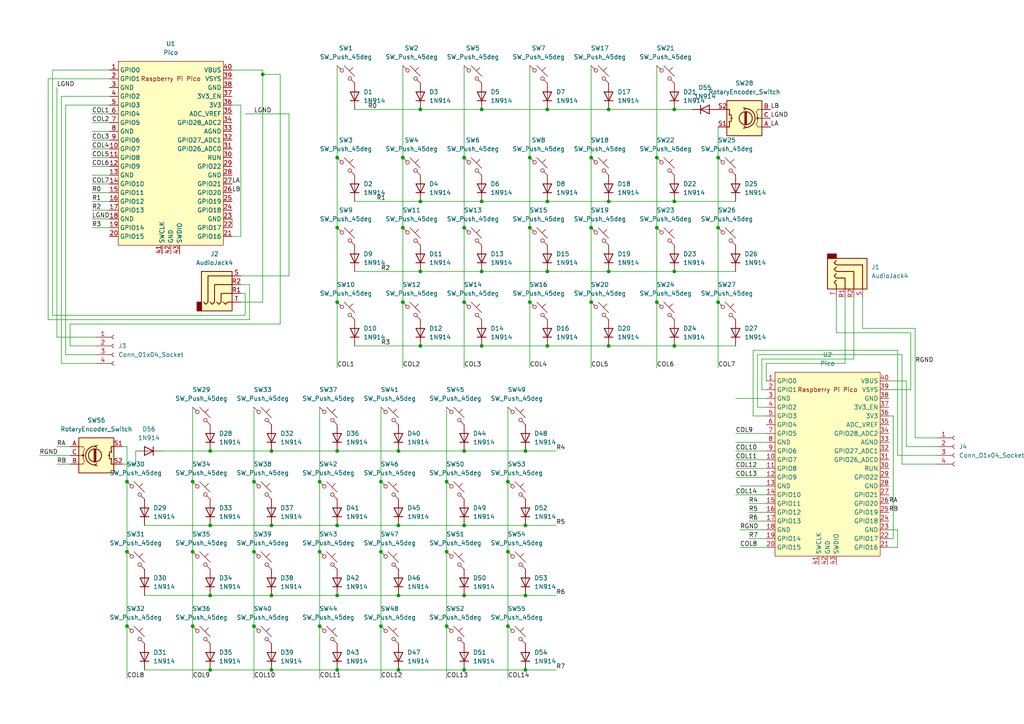
<source format=kicad_sch>
(kicad_sch (version 20250114) (generator "eeschema") (generator_version "9.0")
  (paper "A4")
  (junction (at 152.4 194.31))
  (junction (at 195.58 78.74))
  (junction (at 190.5 45.72))
  (junction (at 36.83 139.7))
  (junction (at 116.84 87.63))
  (junction (at 134.62 130.81))
  (junction (at 190.5 66.04))
  (junction (at 171.45 45.72))
  (junction (at 195.58 58.42))
  (junction (at 121.92 58.42))
  (junction (at 176.53 31.75))
  (junction (at 116.84 45.72))
  (junction (at 139.7 31.75))
  (junction (at 134.62 172.72))
  (junction (at 171.45 66.04))
  (junction (at 134.62 66.04))
  (junction (at 129.54 160.02))
  (junction (at 92.71 160.02))
  (junction (at 152.4 130.81))
  (junction (at 60.96 194.31))
  (junction (at 147.32 181.61))
  (junction (at 92.71 139.7))
  (junction (at 195.58 100.33))
  (junction (at 60.96 152.4))
  (junction (at 60.96 172.72))
  (junction (at 121.92 31.75))
  (junction (at 134.62 45.72))
  (junction (at 176.53 100.33))
  (junction (at 134.62 194.31))
  (junction (at 139.7 78.74))
  (junction (at 60.96 130.81))
  (junction (at 134.62 152.4))
  (junction (at 129.54 181.61))
  (junction (at 152.4 152.4))
  (junction (at 92.71 181.61))
  (junction (at 97.79 172.72))
  (junction (at 110.49 139.7))
  (junction (at 115.57 130.81))
  (junction (at 73.66 160.02))
  (junction (at 115.57 172.72))
  (junction (at 97.79 45.72))
  (junction (at 97.79 194.31))
  (junction (at 176.53 78.74))
  (junction (at 76.2 21.59))
  (junction (at 78.74 194.31))
  (junction (at 158.75 58.42))
  (junction (at 116.84 66.04))
  (junction (at 36.83 160.02))
  (junction (at 115.57 152.4))
  (junction (at 55.88 160.02))
  (junction (at 158.75 31.75))
  (junction (at 208.28 66.04))
  (junction (at 158.75 78.74))
  (junction (at 208.28 87.63))
  (junction (at 78.74 152.4))
  (junction (at 115.57 194.31))
  (junction (at 152.4 172.72))
  (junction (at 97.79 130.81))
  (junction (at 134.62 87.63))
  (junction (at 78.74 172.72))
  (junction (at 36.83 181.61))
  (junction (at 121.92 100.33))
  (junction (at 55.88 139.7))
  (junction (at 147.32 139.7))
  (junction (at 147.32 160.02))
  (junction (at 195.58 31.75))
  (junction (at 153.67 87.63))
  (junction (at 190.5 87.63))
  (junction (at 208.28 45.72))
  (junction (at 153.67 45.72))
  (junction (at 121.92 78.74))
  (junction (at 139.7 100.33))
  (junction (at 171.45 87.63))
  (junction (at 129.54 139.7))
  (junction (at 153.67 66.04))
  (junction (at 73.66 139.7))
  (junction (at 110.49 160.02))
  (junction (at 97.79 152.4))
  (junction (at 158.75 100.33))
  (junction (at 110.49 181.61))
  (junction (at 139.7 58.42))
  (junction (at 78.74 130.81))
  (junction (at 97.79 87.63))
  (junction (at 176.53 58.42))
  (junction (at 55.88 181.61))
  (junction (at 73.66 181.61))
  (junction (at 97.79 66.04))
  (wire (pts (xy 214.63 140.97) (xy 222.25 140.97)))
  (wire (pts (xy 213.36 115.57) (xy 222.25 115.57)))
  (wire (pts (xy 265.43 127) (xy 271.78 127)))
  (wire (pts (xy 76.2 87.63) (xy 76.2 21.59)))
  (wire (pts (xy 36.83 129.54) (xy 36.83 139.7)))
  (wire (pts (xy 208.28 66.04) (xy 208.28 87.63)))
  (wire (pts (xy 71.12 33.02) (xy 83.82 33.02)))
  (wire (pts (xy 92.71 181.61) (xy 92.71 196.85)))
  (wire (pts (xy 220.98 104.14) (xy 220.98 113.03)))
  (wire (pts (xy 17.78 27.94) (xy 17.78 105.41)))
  (wire (pts (xy 214.63 153.67) (xy 222.25 153.67)))
  (wire (pts (xy 262.89 129.54) (xy 271.78 129.54)))
  (wire (pts (xy 26.67 38.1) (xy 31.75 38.1)))
  (wire (pts (xy 222.25 105.41) (xy 222.25 110.49)))
  (wire (pts (xy 20.32 100.33) (xy 27.94 100.33)))
  (wire (pts (xy 152.4 130.81) (xy 161.29 130.81)))
  (wire (pts (xy 36.83 160.02) (xy 36.83 181.61)))
  (wire (pts (xy 153.67 106.68) (xy 153.67 87.63)))
  (wire (pts (xy 121.92 100.33) (xy 139.7 100.33)))
  (wire (pts (xy 115.57 130.81) (xy 134.62 130.81)))
  (wire (pts (xy 69.85 80.01) (xy 83.82 80.01)))
  (wire (pts (xy 31.75 35.56) (xy 26.67 35.56)))
  (wire (pts (xy 97.79 106.68) (xy 97.79 87.63)))
  (wire (pts (xy 219.71 102.87) (xy 219.71 118.11)))
  (wire (pts (xy 55.88 118.11) (xy 55.88 139.7)))
  (wire (pts (xy 190.5 106.68) (xy 190.5 87.63)))
  (wire (pts (xy 13.97 22.86) (xy 13.97 92.71)))
  (wire (pts (xy 60.96 194.31) (xy 78.74 194.31)))
  (wire (pts (xy 55.88 160.02) (xy 55.88 181.61)))
  (wire (pts (xy 19.05 30.48) (xy 19.05 102.87)))
  (wire (pts (xy 262.89 129.54) (xy 262.89 110.49)))
  (wire (pts (xy 116.84 19.05) (xy 116.84 45.72)))
  (wire (pts (xy 73.66 160.02) (xy 73.66 181.61)))
  (wire (pts (xy 116.84 66.04) (xy 116.84 87.63)))
  (wire (pts (xy 171.45 45.72) (xy 171.45 66.04)))
  (wire (pts (xy 78.74 130.81) (xy 97.79 130.81)))
  (wire (pts (xy 72.39 82.55) (xy 69.85 82.55)))
  (wire (pts (xy 134.62 45.72) (xy 134.62 66.04)))
  (wire (pts (xy 134.62 172.72) (xy 152.4 172.72)))
  (wire (pts (xy 208.28 106.68) (xy 208.28 87.63)))
  (wire (pts (xy 213.36 128.27) (xy 222.25 128.27)))
  (wire (pts (xy 73.66 139.7) (xy 73.66 160.02)))
  (wire (pts (xy 219.71 118.11) (xy 222.25 118.11)))
  (wire (pts (xy 218.44 120.65) (xy 222.25 120.65)))
  (wire (pts (xy 31.75 27.94) (xy 17.78 27.94)))
  (wire (pts (xy 110.49 139.7) (xy 110.49 160.02)))
  (wire (pts (xy 195.58 100.33) (xy 213.36 100.33)))
  (wire (pts (xy 195.58 31.75) (xy 200.66 31.75)))
  (wire (pts (xy 110.49 118.11) (xy 110.49 139.7)))
  (wire (pts (xy 31.75 40.64) (xy 26.67 40.64)))
  (wire (pts (xy 115.57 152.4) (xy 134.62 152.4)))
  (wire (pts (xy 102.87 58.42) (xy 121.92 58.42)))
  (wire (pts (xy 102.87 78.74) (xy 121.92 78.74)))
  (wire (pts (xy 73.66 118.11) (xy 73.66 139.7)))
  (wire (pts (xy 92.71 118.11) (xy 92.71 139.7)))
  (wire (pts (xy 121.92 31.75) (xy 139.7 31.75)))
  (wire (pts (xy 41.91 152.4) (xy 60.96 152.4)))
  (wire (pts (xy 129.54 118.11) (xy 129.54 139.7)))
  (wire (pts (xy 257.81 113.03) (xy 264.16 113.03)))
  (wire (pts (xy 26.67 63.5) (xy 31.75 63.5)))
  (wire (pts (xy 73.66 181.61) (xy 73.66 196.85)))
  (wire (pts (xy 69.85 30.48) (xy 67.31 30.48)))
  (wire (pts (xy 35.56 134.62) (xy 39.37 134.62)))
  (wire (pts (xy 260.35 132.08) (xy 260.35 101.6)))
  (wire (pts (xy 31.75 33.02) (xy 26.67 33.02)))
  (wire (pts (xy 121.92 78.74) (xy 139.7 78.74)))
  (wire (pts (xy 257.81 153.67) (xy 260.35 153.67)))
  (wire (pts (xy 46.99 130.81) (xy 60.96 130.81)))
  (wire (pts (xy 257.81 120.65) (xy 259.08 120.65)))
  (wire (pts (xy 261.62 134.62) (xy 261.62 102.87)))
  (wire (pts (xy 245.11 86.36) (xy 245.11 105.41)))
  (wire (pts (xy 19.05 102.87) (xy 27.94 102.87)))
  (wire (pts (xy 15.24 20.32) (xy 31.75 20.32)))
  (wire (pts (xy 261.62 102.87) (xy 219.71 102.87)))
  (wire (pts (xy 190.5 45.72) (xy 190.5 66.04)))
  (wire (pts (xy 76.2 21.59) (xy 76.2 20.32)))
  (wire (pts (xy 76.2 20.32) (xy 67.31 20.32)))
  (wire (pts (xy 271.78 134.62) (xy 261.62 134.62)))
  (wire (pts (xy 217.17 146.05) (xy 222.25 146.05)))
  (wire (pts (xy 67.31 63.5) (xy 67.31 66.04)))
  (wire (pts (xy 97.79 45.72) (xy 97.79 66.04)))
  (wire (pts (xy 208.28 36.83) (xy 208.28 45.72)))
  (wire (pts (xy 11.43 132.08) (xy 20.32 132.08)))
  (wire (pts (xy 36.83 181.61) (xy 36.83 196.85)))
  (wire (pts (xy 213.36 143.51) (xy 222.25 143.51)))
  (wire (pts (xy 16.51 129.54) (xy 20.32 129.54)))
  (wire (pts (xy 78.74 152.4) (xy 97.79 152.4)))
  (wire (pts (xy 115.57 194.31) (xy 134.62 194.31)))
  (wire (pts (xy 213.36 125.73) (xy 222.25 125.73)))
  (wire (pts (xy 97.79 194.31) (xy 115.57 194.31)))
  (wire (pts (xy 102.87 100.33) (xy 121.92 100.33)))
  (wire (pts (xy 147.32 160.02) (xy 147.32 181.61)))
  (wire (pts (xy 26.67 50.8) (xy 31.75 50.8)))
  (wire (pts (xy 260.35 153.67) (xy 260.35 158.75)))
  (wire (pts (xy 69.85 68.58) (xy 69.85 30.48)))
  (wire (pts (xy 16.51 25.4) (xy 16.51 97.79)))
  (wire (pts (xy 257.81 156.21) (xy 259.08 156.21)))
  (wire (pts (xy 13.97 92.71) (xy 72.39 92.71)))
  (wire (pts (xy 60.96 130.81) (xy 78.74 130.81)))
  (wire (pts (xy 60.96 152.4) (xy 78.74 152.4)))
  (wire (pts (xy 220.98 113.03) (xy 222.25 113.03)))
  (wire (pts (xy 78.74 172.72) (xy 97.79 172.72)))
  (wire (pts (xy 134.62 19.05) (xy 134.62 45.72)))
  (wire (pts (xy 134.62 152.4) (xy 152.4 152.4)))
  (wire (pts (xy 97.79 66.04) (xy 97.79 87.63)))
  (wire (pts (xy 242.57 96.52) (xy 264.16 96.52)))
  (wire (pts (xy 69.85 85.09) (xy 71.12 85.09)))
  (wire (pts (xy 242.57 96.52) (xy 242.57 86.36)))
  (wire (pts (xy 265.43 95.25) (xy 265.43 127)))
  (wire (pts (xy 102.87 31.75) (xy 121.92 31.75)))
  (wire (pts (xy 147.32 181.61) (xy 147.32 196.85)))
  (wire (pts (xy 147.32 118.11) (xy 147.32 139.7)))
  (wire (pts (xy 39.37 134.62) (xy 39.37 130.81)))
  (wire (pts (xy 67.31 68.58) (xy 69.85 68.58)))
  (wire (pts (xy 92.71 139.7) (xy 92.71 160.02)))
  (wire (pts (xy 41.91 172.72) (xy 60.96 172.72)))
  (wire (pts (xy 153.67 45.72) (xy 153.67 66.04)))
  (wire (pts (xy 71.12 85.09) (xy 71.12 91.44)))
  (wire (pts (xy 264.16 96.52) (xy 264.16 113.03)))
  (wire (pts (xy 213.36 130.81) (xy 222.25 130.81)))
  (wire (pts (xy 195.58 78.74) (xy 213.36 78.74)))
  (wire (pts (xy 35.56 129.54) (xy 36.83 129.54)))
  (wire (pts (xy 31.75 58.42) (xy 26.67 58.42)))
  (wire (pts (xy 110.49 181.61) (xy 110.49 196.85)))
  (wire (pts (xy 81.28 93.98) (xy 20.32 93.98)))
  (wire (pts (xy 15.24 91.44) (xy 15.24 20.32)))
  (wire (pts (xy 134.62 194.31) (xy 152.4 194.31)))
  (wire (pts (xy 97.79 172.72) (xy 115.57 172.72)))
  (wire (pts (xy 152.4 172.72) (xy 161.29 172.72)))
  (wire (pts (xy 218.44 101.6) (xy 218.44 120.65)))
  (wire (pts (xy 217.17 148.59) (xy 222.25 148.59)))
  (wire (pts (xy 97.79 19.05) (xy 97.79 45.72)))
  (wire (pts (xy 153.67 19.05) (xy 153.67 45.72)))
  (wire (pts (xy 208.28 45.72) (xy 208.28 66.04)))
  (wire (pts (xy 214.63 158.75) (xy 222.25 158.75)))
  (wire (pts (xy 36.83 139.7) (xy 36.83 160.02)))
  (wire (pts (xy 31.75 30.48) (xy 19.05 30.48)))
  (wire (pts (xy 71.12 91.44) (xy 15.24 91.44)))
  (wire (pts (xy 257.81 110.49) (xy 262.89 110.49)))
  (wire (pts (xy 81.28 21.59) (xy 81.28 93.98)))
  (wire (pts (xy 257.81 158.75) (xy 260.35 158.75)))
  (wire (pts (xy 16.51 97.79) (xy 27.94 97.79)))
  (wire (pts (xy 171.45 66.04) (xy 171.45 87.63)))
  (wire (pts (xy 17.78 105.41) (xy 27.94 105.41)))
  (wire (pts (xy 259.08 156.21) (xy 259.08 120.65)))
  (wire (pts (xy 171.45 19.05) (xy 171.45 45.72)))
  (wire (pts (xy 247.65 86.36) (xy 247.65 104.14)))
  (wire (pts (xy 97.79 130.81) (xy 115.57 130.81)))
  (wire (pts (xy 176.53 100.33) (xy 195.58 100.33)))
  (wire (pts (xy 92.71 160.02) (xy 92.71 181.61)))
  (wire (pts (xy 158.75 31.75) (xy 176.53 31.75)))
  (wire (pts (xy 147.32 139.7) (xy 147.32 160.02)))
  (wire (pts (xy 26.67 66.04) (xy 31.75 66.04)))
  (wire (pts (xy 78.74 194.31) (xy 97.79 194.31)))
  (wire (pts (xy 171.45 106.68) (xy 171.45 87.63)))
  (wire (pts (xy 260.35 101.6) (xy 218.44 101.6)))
  (wire (pts (xy 153.67 66.04) (xy 153.67 87.63)))
  (wire (pts (xy 134.62 106.68) (xy 134.62 87.63)))
  (wire (pts (xy 20.32 93.98) (xy 20.32 100.33)))
  (wire (pts (xy 55.88 181.61) (xy 55.88 196.85)))
  (wire (pts (xy 72.39 92.71) (xy 72.39 82.55)))
  (wire (pts (xy 55.88 139.7) (xy 55.88 160.02)))
  (wire (pts (xy 176.53 78.74) (xy 195.58 78.74)))
  (wire (pts (xy 213.36 138.43) (xy 222.25 138.43)))
  (wire (pts (xy 97.79 152.4) (xy 115.57 152.4)))
  (wire (pts (xy 190.5 19.05) (xy 190.5 45.72)))
  (wire (pts (xy 176.53 58.42) (xy 195.58 58.42)))
  (wire (pts (xy 31.75 53.34) (xy 26.67 53.34)))
  (wire (pts (xy 76.2 21.59) (xy 81.28 21.59)))
  (wire (pts (xy 158.75 58.42) (xy 176.53 58.42)))
  (wire (pts (xy 129.54 139.7) (xy 129.54 160.02)))
  (wire (pts (xy 134.62 130.81) (xy 152.4 130.81)))
  (wire (pts (xy 83.82 80.01) (xy 83.82 33.02)))
  (wire (pts (xy 190.5 66.04) (xy 190.5 87.63)))
  (wire (pts (xy 110.49 160.02) (xy 110.49 181.61)))
  (wire (pts (xy 31.75 55.88) (xy 26.67 55.88)))
  (wire (pts (xy 116.84 45.72) (xy 116.84 66.04)))
  (wire (pts (xy 271.78 132.08) (xy 260.35 132.08)))
  (wire (pts (xy 139.7 78.74) (xy 158.75 78.74)))
  (wire (pts (xy 217.17 151.13) (xy 222.25 151.13)))
  (wire (pts (xy 139.7 31.75) (xy 158.75 31.75)))
  (wire (pts (xy 247.65 104.14) (xy 220.98 104.14)))
  (wire (pts (xy 31.75 45.72) (xy 26.67 45.72)))
  (wire (pts (xy 116.84 87.63) (xy 116.84 106.68)))
  (wire (pts (xy 129.54 160.02) (xy 129.54 181.61)))
  (wire (pts (xy 250.19 95.25) (xy 265.43 95.25)))
  (wire (pts (xy 121.92 58.42) (xy 139.7 58.42)))
  (wire (pts (xy 69.85 87.63) (xy 76.2 87.63)))
  (wire (pts (xy 31.75 60.96) (xy 26.67 60.96)))
  (wire (pts (xy 115.57 172.72) (xy 134.62 172.72)))
  (wire (pts (xy 158.75 78.74) (xy 176.53 78.74)))
  (wire (pts (xy 41.91 194.31) (xy 60.96 194.31)))
  (wire (pts (xy 195.58 58.42) (xy 213.36 58.42)))
  (wire (pts (xy 217.17 156.21) (xy 222.25 156.21)))
  (wire (pts (xy 139.7 100.33) (xy 158.75 100.33)))
  (wire (pts (xy 176.53 31.75) (xy 195.58 31.75)))
  (wire (pts (xy 152.4 194.31) (xy 161.29 194.31)))
  (wire (pts (xy 31.75 43.18) (xy 26.67 43.18)))
  (wire (pts (xy 60.96 172.72) (xy 78.74 172.72)))
  (wire (pts (xy 245.11 105.41) (xy 222.25 105.41)))
  (wire (pts (xy 250.19 86.36) (xy 250.19 95.25)))
  (wire (pts (xy 213.36 133.35) (xy 222.25 133.35)))
  (wire (pts (xy 16.51 134.62) (xy 20.32 134.62)))
  (wire (pts (xy 129.54 181.61) (xy 129.54 196.85)))
  (wire (pts (xy 134.62 66.04) (xy 134.62 87.63)))
  (wire (pts (xy 31.75 22.86) (xy 13.97 22.86)))
  (wire (pts (xy 139.7 58.42) (xy 158.75 58.42)))
  (wire (pts (xy 152.4 152.4) (xy 161.29 152.4)))
  (wire (pts (xy 158.75 100.33) (xy 176.53 100.33)))
  (wire (pts (xy 213.36 135.89) (xy 222.25 135.89)))
  (wire (pts (xy 31.75 48.26) (xy 26.67 48.26)))
  (label "COL6" (at 26.67 48.26 0))
  (label "LA" (at 223.52 36.83 0))
  (label "COL9" (at 55.88 196.85 0))
  (label "COL4" (at 153.67 106.68 0))
  (label "R0" (at 26.67 55.88 0))
  (label "COL4" (at 26.67 43.18 0))
  (label "RGND" (at 11.43 132.08 0))
  (label "COL8" (at 36.83 196.85 0))
  (label "R1" (at 26.67 58.42 0))
  (label "LA" (at 67.31 53.34 0))
  (label "COL11" (at 213.36 133.35 0))
  (label "R7" (at 161.29 194.31 0))
  (label "R3" (at 110.49 100.33 0))
  (label "R5" (at 217.17 148.59 0))
  (label "COL5" (at 26.67 45.72 0))
  (label "R2" (at 110.49 78.74 0))
  (label "LGND" (at 26.67 63.5 0))
  (label "COL5" (at 171.45 106.68 0))
  (label "COL9" (at 213.36 125.73 0))
  (label "COL3" (at 134.62 106.68 0))
  (label "R0" (at 106.68 31.75 0))
  (label "RA" (at 16.51 129.54 0))
  (label "RA" (at 257.81 146.05 0))
  (label "LGND" (at 16.51 25.4 0))
  (label "R3" (at 26.67 66.04 0))
  (label "COL7" (at 208.28 106.68 0))
  (label "COL2" (at 26.67 35.56 0))
  (label "LB" (at 223.52 31.75 0))
  (label "R7" (at 217.17 156.21 0))
  (label "R5" (at 161.29 152.4 0))
  (label "R2" (at 26.67 60.96 0))
  (label "R4" (at 161.29 130.81 0))
  (label "COL6" (at 190.5 106.68 0))
  (label "COL2" (at 116.84 106.68 0))
  (label "COL14" (at 213.36 143.51 0))
  (label "COL10" (at 213.36 130.81 0))
  (label "LB" (at 67.31 55.88 0))
  (label "RB" (at 257.81 148.59 0))
  (label "RGND" (at 214.63 153.67 0))
  (label "COL8" (at 214.63 158.75 0))
  (label "R6" (at 217.17 151.13 0))
  (label "R6" (at 161.29 172.72 0))
  (label "COL12" (at 213.36 135.89 0))
  (label "COL12" (at 110.49 196.85 0))
  (label "COL13" (at 213.36 138.43 0))
  (label "COL1" (at 26.67 33.02 0))
  (label "COL7" (at 26.67 53.34 0))
  (label "R4" (at 217.17 146.05 0))
  (label "COL10" (at 73.66 196.85 0))
  (label "COL1" (at 97.79 106.68 0))
  (label "R1" (at 109.22 58.42 0))
  (label "COL3" (at 26.67 40.64 0))
  (label "RB" (at 16.51 134.62 0))
  (label "COL13" (at 129.54 196.85 0))
  (label "LGND" (at 223.52 34.29 0))
  (label "COL14" (at 147.32 196.85 0))
  (label "COL11" (at 92.71 196.85 0))
  (label "RGND" (at 265.43 105.41 0))
  (label "LGND" (at 73.66 33.02 0))
  (symbol (lib_id "Diode:1N914") (at 213.36 74.93 90) (unit 1)
    (property "Reference" "D26" (at 215.9 73.6599 90) (effects (justify right)))
    (property "Value" "1N914" (at 215.9 76.1999 90) (effects (justify right)))
    (property "Footprint" "Diode_THT:D_DO-35_SOD27_P7.62mm_Horizontal" (effects (hide yes)))
    (property "Datasheet" "http://www.vishay.com/docs/85622/1n914.pdf" (effects (hide yes)))
    (property "Description" "100V 0.3A Small Signal Fast Switching Diode, DO-35" (effects (hide yes)))
    (property "Sim.Device" "D" (effects (hide yes)))
    (property "Sim.Pins" "1=K 2=A" (effects (hide yes)))
  )
  (symbol (lib_id "Switch:SW_Push_45deg") (at 95.25 142.24 0) (unit 1)
    (property "Reference" "SW42" (at 95.25 134.62 0))
    (property "Value" "SW_Push_45deg" (at 95.25 137.16 0))
    (property "Footprint" "Button_Switch_Keyboard:SW_Cherry_MX_1.00u_PCB" (effects (hide yes)))
    (property "Description" "Push button switch, normally open, two pins, 45° tilted" (effects (hide yes)))
  )
  (symbol (lib_id "Switch:SW_Push_45deg") (at 156.21 90.17 0) (unit 1)
    (property "Reference" "SW16" (at 156.21 82.55 0))
    (property "Value" "SW_Push_45deg" (at 156.21 85.09 0))
    (property "Footprint" "Button_Switch_Keyboard:SW_Cherry_MX_1.00u_PCB" (effects (hide yes)))
    (property "Description" "Push button switch, normally open, two pins, 45° tilted" (effects (hide yes)))
  )
  (symbol (lib_id "Diode:1N914") (at 204.47 31.75 0) (unit 1)
    (property "Reference" "D55" (at 204.47 25.4 0))
    (property "Value" "1N914" (at 204.47 27.94 0))
    (property "Footprint" "Diode_THT:D_DO-35_SOD27_P7.62mm_Horizontal" (effects (hide yes)))
    (property "Datasheet" "http://www.vishay.com/docs/85622/1n914.pdf" (effects (hide yes)))
    (property "Description" "100V 0.3A Small Signal Fast Switching Diode, DO-35" (effects (hide yes)))
    (property "Sim.Device" "D" (effects (hide yes)))
    (property "Sim.Pins" "1=K 2=A" (effects (hide yes)))
  )
  (symbol (lib_id "MCU_RaspberryPi_and_Boards:Pico") (at 240.03 134.62 0) (unit 1)
    (property "Reference" "U2" (at 240.03 102.87 0))
    (property "Value" "Pico" (at 240.03 105.41 0))
    (property "Footprint" "MCU_RaspberryPi_and_Boards:RPi_Pico_SMD_TH" (effects (hide yes)))
  )
  (symbol (lib_id "Diode:1N914") (at 139.7 74.93 90) (unit 1)
    (property "Reference" "D13" (at 142.24 73.6599 90) (effects (justify right)))
    (property "Value" "1N914" (at 142.24 76.1999 90) (effects (justify right)))
    (property "Footprint" "Diode_THT:D_DO-35_SOD27_P7.62mm_Horizontal" (effects (hide yes)))
    (property "Datasheet" "http://www.vishay.com/docs/85622/1n914.pdf" (effects (hide yes)))
    (property "Description" "100V 0.3A Small Signal Fast Switching Diode, DO-35" (effects (hide yes)))
    (property "Sim.Device" "D" (effects (hide yes)))
    (property "Sim.Pins" "1=K 2=A" (effects (hide yes)))
  )
  (symbol (lib_id "Diode:1N914") (at 121.92 74.93 90) (unit 1)
    (property "Reference" "D11" (at 124.46 73.6599 90) (effects (justify right)))
    (property "Value" "1N914" (at 124.46 76.1999 90) (effects (justify right)))
    (property "Footprint" "Diode_THT:D_DO-35_SOD27_P7.62mm_Horizontal" (effects (hide yes)))
    (property "Datasheet" "http://www.vishay.com/docs/85622/1n914.pdf" (effects (hide yes)))
    (property "Description" "100V 0.3A Small Signal Fast Switching Diode, DO-35" (effects (hide yes)))
    (property "Sim.Device" "D" (effects (hide yes)))
    (property "Sim.Pins" "1=K 2=A" (effects (hide yes)))
  )
  (symbol (lib_id "Switch:SW_Push_45deg") (at 193.04 21.59 0) (unit 1)
    (property "Reference" "SW21" (at 193.04 13.97 0))
    (property "Value" "SW_Push_45deg" (at 193.04 16.51 0))
    (property "Footprint" "Button_Switch_Keyboard:SW_Cherry_MX_1.00u_PCB" (effects (hide yes)))
    (property "Description" "Push button switch, normally open, two pins, 45° tilted" (effects (hide yes)))
  )
  (symbol (lib_id "Switch:SW_Push_45deg") (at 132.08 142.24 0) (unit 1)
    (property "Reference" "SW50" (at 132.08 134.62 0))
    (property "Value" "SW_Push_45deg" (at 132.08 137.16 0))
    (property "Footprint" "Button_Switch_Keyboard:SW_Cherry_MX_1.00u_PCB" (effects (hide yes)))
    (property "Description" "Push button switch, normally open, two pins, 45° tilted" (effects (hide yes)))
  )
  (symbol (lib_id "Diode:1N914") (at 152.4 168.91 90) (unit 1)
    (property "Reference" "D53" (at 154.94 167.6399 90) (effects (justify right)))
    (property "Value" "1N914" (at 154.94 170.1799 90) (effects (justify right)))
    (property "Footprint" "Diode_THT:D_DO-35_SOD27_P7.62mm_Horizontal" (effects (hide yes)))
    (property "Datasheet" "http://www.vishay.com/docs/85622/1n914.pdf" (effects (hide yes)))
    (property "Description" "100V 0.3A Small Signal Fast Switching Diode, DO-35" (effects (hide yes)))
    (property "Sim.Device" "D" (effects (hide yes)))
    (property "Sim.Pins" "1=K 2=A" (effects (hide yes)))
  )
  (symbol (lib_id "Diode:1N914") (at 176.53 74.93 90) (unit 1)
    (property "Reference" "D19" (at 179.07 73.6599 90) (effects (justify right)))
    (property "Value" "1N914" (at 179.07 76.1999 90) (effects (justify right)))
    (property "Footprint" "Diode_THT:D_DO-35_SOD27_P7.62mm_Horizontal" (effects (hide yes)))
    (property "Datasheet" "http://www.vishay.com/docs/85622/1n914.pdf" (effects (hide yes)))
    (property "Description" "100V 0.3A Small Signal Fast Switching Diode, DO-35" (effects (hide yes)))
    (property "Sim.Device" "D" (effects (hide yes)))
    (property "Sim.Pins" "1=K 2=A" (effects (hide yes)))
  )
  (symbol (lib_id "Diode:1N914") (at 41.91 190.5 90) (unit 1)
    (property "Reference" "D31" (at 44.45 189.2299 90) (effects (justify right)))
    (property "Value" "1N914" (at 44.45 191.7699 90) (effects (justify right)))
    (property "Footprint" "Diode_THT:D_DO-35_SOD27_P7.62mm_Horizontal" (effects (hide yes)))
    (property "Datasheet" "http://www.vishay.com/docs/85622/1n914.pdf" (effects (hide yes)))
    (property "Description" "100V 0.3A Small Signal Fast Switching Diode, DO-35" (effects (hide yes)))
    (property "Sim.Device" "D" (effects (hide yes)))
    (property "Sim.Pins" "1=K 2=A" (effects (hide yes)))
  )
  (symbol (lib_id "Switch:SW_Push_45deg") (at 132.08 162.56 0) (unit 1)
    (property "Reference" "SW51" (at 132.08 154.94 0))
    (property "Value" "SW_Push_45deg" (at 132.08 157.48 0))
    (property "Footprint" "Button_Switch_Keyboard:SW_Cherry_MX_1.00u_PCB" (effects (hide yes)))
    (property "Description" "Push button switch, normally open, two pins, 45° tilted" (effects (hide yes)))
  )
  (symbol (lib_id "Switch:SW_Push_45deg") (at 156.21 68.58 0) (unit 1)
    (property "Reference" "SW15" (at 156.21 60.96 0))
    (property "Value" "SW_Push_45deg" (at 156.21 63.5 0))
    (property "Footprint" "Button_Switch_Keyboard:SW_Cherry_MX_1.00u_PCB" (effects (hide yes)))
    (property "Description" "Push button switch, normally open, two pins, 45° tilted" (effects (hide yes)))
  )
  (symbol (lib_id "Switch:SW_Push_45deg") (at 210.82 90.17 0) (unit 1)
    (property "Reference" "SW27" (at 210.82 82.55 0))
    (property "Value" "SW_Push_45deg" (at 210.82 85.09 0))
    (property "Footprint" "Button_Switch_Keyboard:SW_Cherry_MX_1.00u_PCB" (effects (hide yes)))
    (property "Description" "Push button switch, normally open, two pins, 45° tilted" (effects (hide yes)))
  )
  (symbol (lib_id "Diode:1N914") (at 139.7 96.52 90) (unit 1)
    (property "Reference" "D14" (at 142.24 95.2499 90) (effects (justify right)))
    (property "Value" "1N914" (at 142.24 97.7899 90) (effects (justify right)))
    (property "Footprint" "Diode_THT:D_DO-35_SOD27_P7.62mm_Horizontal" (effects (hide yes)))
    (property "Datasheet" "http://www.vishay.com/docs/85622/1n914.pdf" (effects (hide yes)))
    (property "Description" "100V 0.3A Small Signal Fast Switching Diode, DO-35" (effects (hide yes)))
    (property "Sim.Device" "D" (effects (hide yes)))
    (property "Sim.Pins" "1=K 2=A" (effects (hide yes)))
  )
  (symbol (lib_id "Switch:SW_Push_45deg") (at 58.42 184.15 0) (unit 1)
    (property "Reference" "SW36" (at 58.42 176.53 0))
    (property "Value" "SW_Push_45deg" (at 58.42 179.07 0))
    (property "Footprint" "Button_Switch_Keyboard:SW_Cherry_MX_1.00u_PCB" (effects (hide yes)))
    (property "Description" "Push button switch, normally open, two pins, 45° tilted" (effects (hide yes)))
  )
  (symbol (lib_id "Connector:Conn_01x04_Socket") (at 33.02 100.33 0) (unit 1)
    (property "Reference" "J3" (at 34.29 100.3299 0) (effects (justify left)))
    (property "Value" "Conn_01x04_Socket" (at 34.29 102.8699 0) (effects (justify left)))
    (property "Footprint" "oled:SSD1306-0.91-OLED-4pin-128x32" (effects (hide yes)))
    (property "Description" "Generic connector, single row, 01x04, script generated" (effects (hide yes)))
  )
  (symbol (lib_id "Switch:SW_Push_45deg") (at 100.33 90.17 0) (unit 1)
    (property "Reference" "SW10" (at 100.33 82.55 0))
    (property "Value" "SW_Push_45deg" (at 100.33 85.09 0))
    (property "Footprint" "Button_Switch_Keyboard:SW_Cherry_MX_1.00u_PCB" (effects (hide yes)))
    (property "Description" "Push button switch, normally open, two pins, 45° tilted" (effects (hide yes)))
  )
  (symbol (lib_id "Switch:SW_Push_45deg") (at 149.86 120.65 0) (unit 1)
    (property "Reference" "SW49" (at 149.86 113.03 0))
    (property "Value" "SW_Push_45deg" (at 149.86 115.57 0))
    (property "Footprint" "Button_Switch_Keyboard:SW_Cherry_MX_1.00u_PCB" (effects (hide yes)))
    (property "Description" "Push button switch, normally open, two pins, 45° tilted" (effects (hide yes)))
  )
  (symbol (lib_id "Diode:1N914") (at 195.58 74.93 90) (unit 1)
    (property "Reference" "D23" (at 198.12 73.6599 90) (effects (justify right)))
    (property "Value" "1N914" (at 198.12 76.1999 90) (effects (justify right)))
    (property "Footprint" "Diode_THT:D_DO-35_SOD27_P7.62mm_Horizontal" (effects (hide yes)))
    (property "Datasheet" "http://www.vishay.com/docs/85622/1n914.pdf" (effects (hide yes)))
    (property "Description" "100V 0.3A Small Signal Fast Switching Diode, DO-35" (effects (hide yes)))
    (property "Sim.Device" "D" (effects (hide yes)))
    (property "Sim.Pins" "1=K 2=A" (effects (hide yes)))
  )
  (symbol (lib_id "Switch:SW_Push_45deg") (at 210.82 68.58 0) (unit 1)
    (property "Reference" "SW26" (at 210.82 60.96 0))
    (property "Value" "SW_Push_45deg" (at 210.82 63.5 0))
    (property "Footprint" "Button_Switch_Keyboard:SW_Cherry_MX_1.00u_PCB" (effects (hide yes)))
    (property "Description" "Push button switch, normally open, two pins, 45° tilted" (effects (hide yes)))
  )
  (symbol (lib_id "Diode:1N914") (at 43.18 130.81 180) (unit 1)
    (property "Reference" "D56" (at 43.18 124.46 0))
    (property "Value" "1N914" (at 43.18 127 0))
    (property "Footprint" "Diode_THT:D_DO-35_SOD27_P7.62mm_Horizontal" (effects (hide yes)))
    (property "Datasheet" "http://www.vishay.com/docs/85622/1n914.pdf" (effects (hide yes)))
    (property "Description" "100V 0.3A Small Signal Fast Switching Diode, DO-35" (effects (hide yes)))
    (property "Sim.Device" "D" (effects (hide yes)))
    (property "Sim.Pins" "1=K 2=A" (effects (hide yes)))
  )
  (symbol (lib_id "Diode:1N914") (at 139.7 54.61 90) (unit 1)
    (property "Reference" "D6" (at 142.24 53.3399 90) (effects (justify right)))
    (property "Value" "1N914" (at 142.24 55.8799 90) (effects (justify right)))
    (property "Footprint" "Diode_THT:D_DO-35_SOD27_P7.62mm_Horizontal" (effects (hide yes)))
    (property "Datasheet" "http://www.vishay.com/docs/85622/1n914.pdf" (effects (hide yes)))
    (property "Description" "100V 0.3A Small Signal Fast Switching Diode, DO-35" (effects (hide yes)))
    (property "Sim.Device" "D" (effects (hide yes)))
    (property "Sim.Pins" "1=K 2=A" (effects (hide yes)))
  )
  (symbol (lib_id "Switch:SW_Push_45deg") (at 173.99 48.26 0) (unit 1)
    (property "Reference" "SW18" (at 173.99 40.64 0))
    (property "Value" "SW_Push_45deg" (at 173.99 43.18 0))
    (property "Footprint" "Button_Switch_Keyboard:SW_Cherry_MX_1.00u_PCB" (effects (hide yes)))
    (property "Description" "Push button switch, normally open, two pins, 45° tilted" (effects (hide yes)))
  )
  (symbol (lib_id "Diode:1N914") (at 121.92 54.61 90) (unit 1)
    (property "Reference" "D4" (at 124.46 53.3399 90) (effects (justify right)))
    (property "Value" "1N914" (at 124.46 55.8799 90) (effects (justify right)))
    (property "Footprint" "Diode_THT:D_DO-35_SOD27_P7.62mm_Horizontal" (effects (hide yes)))
    (property "Datasheet" "http://www.vishay.com/docs/85622/1n914.pdf" (effects (hide yes)))
    (property "Description" "100V 0.3A Small Signal Fast Switching Diode, DO-35" (effects (hide yes)))
    (property "Sim.Device" "D" (effects (hide yes)))
    (property "Sim.Pins" "1=K 2=A" (effects (hide yes)))
  )
  (symbol (lib_id "Switch:SW_Push_45deg") (at 173.99 90.17 0) (unit 1)
    (property "Reference" "SW20" (at 173.99 82.55 0))
    (property "Value" "SW_Push_45deg" (at 173.99 85.09 0))
    (property "Footprint" "Button_Switch_Keyboard:SW_Cherry_MX_1.00u_PCB" (effects (hide yes)))
    (property "Description" "Push button switch, normally open, two pins, 45° tilted" (effects (hide yes)))
  )
  (symbol (lib_id "Switch:SW_Push_45deg") (at 119.38 21.59 0) (unit 1)
    (property "Reference" "SW2" (at 119.38 13.97 0))
    (property "Value" "SW_Push_45deg" (at 119.38 16.51 0))
    (property "Footprint" "Button_Switch_Keyboard:SW_Cherry_MX_1.00u_PCB" (effects (hide yes)))
    (property "Description" "Push button switch, normally open, two pins, 45° tilted" (effects (hide yes)))
  )
  (symbol (lib_id "Diode:1N914") (at 78.74 168.91 90) (unit 1)
    (property "Reference" "D38" (at 81.28 167.6399 90) (effects (justify right)))
    (property "Value" "1N914" (at 81.28 170.1799 90) (effects (justify right)))
    (property "Footprint" "Diode_THT:D_DO-35_SOD27_P7.62mm_Horizontal" (effects (hide yes)))
    (property "Datasheet" "http://www.vishay.com/docs/85622/1n914.pdf" (effects (hide yes)))
    (property "Description" "100V 0.3A Small Signal Fast Switching Diode, DO-35" (effects (hide yes)))
    (property "Sim.Device" "D" (effects (hide yes)))
    (property "Sim.Pins" "1=K 2=A" (effects (hide yes)))
  )
  (symbol (lib_id "Switch:SW_Push_45deg") (at 58.42 142.24 0) (unit 1)
    (property "Reference" "SW34" (at 58.42 134.62 0))
    (property "Value" "SW_Push_45deg" (at 58.42 137.16 0))
    (property "Footprint" "Button_Switch_Keyboard:SW_Cherry_MX_1.00u_PCB" (effects (hide yes)))
    (property "Description" "Push button switch, normally open, two pins, 45° tilted" (effects (hide yes)))
  )
  (symbol (lib_id "Diode:1N914") (at 134.62 127 90) (unit 1)
    (property "Reference" "D44" (at 137.16 125.7299 90) (effects (justify right)))
    (property "Value" "1N914" (at 137.16 128.2699 90) (effects (justify right)))
    (property "Footprint" "Diode_THT:D_DO-35_SOD27_P7.62mm_Horizontal" (effects (hide yes)))
    (property "Datasheet" "http://www.vishay.com/docs/85622/1n914.pdf" (effects (hide yes)))
    (property "Description" "100V 0.3A Small Signal Fast Switching Diode, DO-35" (effects (hide yes)))
    (property "Sim.Device" "D" (effects (hide yes)))
    (property "Sim.Pins" "1=K 2=A" (effects (hide yes)))
  )
  (symbol (lib_id "Switch:SW_Push_45deg") (at 113.03 184.15 0) (unit 1)
    (property "Reference" "SW48" (at 113.03 176.53 0))
    (property "Value" "SW_Push_45deg" (at 113.03 179.07 0))
    (property "Footprint" "Button_Switch_Keyboard:SW_Cherry_MX_1.00u_PCB" (effects (hide yes)))
    (property "Description" "Push button switch, normally open, two pins, 45° tilted" (effects (hide yes)))
  )
  (symbol (lib_id "Switch:SW_Push_45deg") (at 100.33 21.59 0) (unit 1)
    (property "Reference" "SW1" (at 100.33 13.97 0))
    (property "Value" "SW_Push_45deg" (at 100.33 16.51 0))
    (property "Footprint" "Button_Switch_Keyboard:SW_Cherry_MX_1.00u_PCB" (effects (hide yes)))
    (property "Description" "Push button switch, normally open, two pins, 45° tilted" (effects (hide yes)))
  )
  (symbol (lib_id "Diode:1N914") (at 41.91 168.91 90) (unit 1)
    (property "Reference" "D30" (at 44.45 167.6399 90) (effects (justify right)))
    (property "Value" "1N914" (at 44.45 170.1799 90) (effects (justify right)))
    (property "Footprint" "Diode_THT:D_DO-35_SOD27_P7.62mm_Horizontal" (effects (hide yes)))
    (property "Datasheet" "http://www.vishay.com/docs/85622/1n914.pdf" (effects (hide yes)))
    (property "Description" "100V 0.3A Small Signal Fast Switching Diode, DO-35" (effects (hide yes)))
    (property "Sim.Device" "D" (effects (hide yes)))
    (property "Sim.Pins" "1=K 2=A" (effects (hide yes)))
  )
  (symbol (lib_id "Diode:1N914") (at 97.79 190.5 90) (unit 1)
    (property "Reference" "D43" (at 100.33 189.2299 90) (effects (justify right)))
    (property "Value" "1N914" (at 100.33 191.7699 90) (effects (justify right)))
    (property "Footprint" "Diode_THT:D_DO-35_SOD27_P7.62mm_Horizontal" (effects (hide yes)))
    (property "Datasheet" "http://www.vishay.com/docs/85622/1n914.pdf" (effects (hide yes)))
    (property "Description" "100V 0.3A Small Signal Fast Switching Diode, DO-35" (effects (hide yes)))
    (property "Sim.Device" "D" (effects (hide yes)))
    (property "Sim.Pins" "1=K 2=A" (effects (hide yes)))
  )
  (symbol (lib_id "Diode:1N914") (at 97.79 168.91 90) (unit 1)
    (property "Reference" "D42" (at 100.33 167.6399 90) (effects (justify right)))
    (property "Value" "1N914" (at 100.33 170.1799 90) (effects (justify right)))
    (property "Footprint" "Diode_THT:D_DO-35_SOD27_P7.62mm_Horizontal" (effects (hide yes)))
    (property "Datasheet" "http://www.vishay.com/docs/85622/1n914.pdf" (effects (hide yes)))
    (property "Description" "100V 0.3A Small Signal Fast Switching Diode, DO-35" (effects (hide yes)))
    (property "Sim.Device" "D" (effects (hide yes)))
    (property "Sim.Pins" "1=K 2=A" (effects (hide yes)))
  )
  (symbol (lib_id "Switch:SW_Push_45deg") (at 58.42 120.65 0) (unit 1)
    (property "Reference" "SW29" (at 58.42 113.03 0))
    (property "Value" "SW_Push_45deg" (at 58.42 115.57 0))
    (property "Footprint" "Button_Switch_Keyboard:SW_Cherry_MX_1.00u_PCB" (effects (hide yes)))
    (property "Description" "Push button switch, normally open, two pins, 45° tilted" (effects (hide yes)))
  )
  (symbol (lib_id "Connector_Audio:AudioJack4") (at 64.77 82.55 0) (unit 1)
    (property "Reference" "J2" (at 62.23 73.66 0))
    (property "Value" "AudioJack4" (at 62.23 76.2 0))
    (property "Footprint" "Connector_Audio:Jack_3.5mm_PJ320D_Horizontal" (effects (hide yes)))
    (property "Description" "Audio Jack, 4 Poles (TRRS)" (effects (hide yes)))
  )
  (symbol (lib_id "Diode:1N914") (at 158.75 96.52 90) (unit 1)
    (property "Reference" "D16" (at 161.29 95.2499 90) (effects (justify right)))
    (property "Value" "1N914" (at 161.29 97.7899 90) (effects (justify right)))
    (property "Footprint" "Diode_THT:D_DO-35_SOD27_P7.62mm_Horizontal" (effects (hide yes)))
    (property "Datasheet" "http://www.vishay.com/docs/85622/1n914.pdf" (effects (hide yes)))
    (property "Description" "100V 0.3A Small Signal Fast Switching Diode, DO-35" (effects (hide yes)))
    (property "Sim.Device" "D" (effects (hide yes)))
    (property "Sim.Pins" "1=K 2=A" (effects (hide yes)))
  )
  (symbol (lib_id "Switch:SW_Push_45deg") (at 76.2 142.24 0) (unit 1)
    (property "Reference" "SW38" (at 76.2 134.62 0))
    (property "Value" "SW_Push_45deg" (at 76.2 137.16 0))
    (property "Footprint" "Button_Switch_Keyboard:SW_Cherry_MX_1.00u_PCB" (effects (hide yes)))
    (property "Description" "Push button switch, normally open, two pins, 45° tilted" (effects (hide yes)))
  )
  (symbol (lib_id "Diode:1N914") (at 213.36 96.52 90) (unit 1)
    (property "Reference" "D27" (at 215.9 95.2499 90) (effects (justify right)))
    (property "Value" "1N914" (at 215.9 97.7899 90) (effects (justify right)))
    (property "Footprint" "Diode_THT:D_DO-35_SOD27_P7.62mm_Horizontal" (effects (hide yes)))
    (property "Datasheet" "http://www.vishay.com/docs/85622/1n914.pdf" (effects (hide yes)))
    (property "Description" "100V 0.3A Small Signal Fast Switching Diode, DO-35" (effects (hide yes)))
    (property "Sim.Device" "D" (effects (hide yes)))
    (property "Sim.Pins" "1=K 2=A" (effects (hide yes)))
  )
  (symbol (lib_id "Device:RotaryEncoder_Switch") (at 27.94 132.08 0) (unit 1)
    (property "Reference" "SW56" (at 27.94 121.92 0))
    (property "Value" "RotaryEncoder_Switch" (at 27.94 124.46 0))
    (property "Footprint" "Rotary_Encoder:RotaryEncoder_Alps_EC11E-Switch_Vertical_H20mm" (effects (hide yes)))
    (property "Description" "Rotary encoder, dual channel, incremental quadrate outputs, with switch" (effects (hide yes)))
  )
  (symbol (lib_id "Switch:SW_Push_45deg") (at 156.21 48.26 0) (unit 1)
    (property "Reference" "SW8" (at 156.21 40.64 0))
    (property "Value" "SW_Push_45deg" (at 156.21 43.18 0))
    (property "Footprint" "Button_Switch_Keyboard:SW_Cherry_MX_1.00u_PCB" (effects (hide yes)))
    (property "Description" "Push button switch, normally open, two pins, 45° tilted" (effects (hide yes)))
  )
  (symbol (lib_id "Switch:SW_Push_45deg") (at 193.04 90.17 0) (unit 1)
    (property "Reference" "SW24" (at 193.04 82.55 0))
    (property "Value" "SW_Push_45deg" (at 193.04 85.09 0))
    (property "Footprint" "Button_Switch_Keyboard:SW_Cherry_MX_1.00u_PCB" (effects (hide yes)))
    (property "Description" "Push button switch, normally open, two pins, 45° tilted" (effects (hide yes)))
  )
  (symbol (lib_id "Switch:SW_Push_45deg") (at 119.38 48.26 0) (unit 1)
    (property "Reference" "SW4" (at 119.38 40.64 0))
    (property "Value" "SW_Push_45deg" (at 119.38 43.18 0))
    (property "Footprint" "Button_Switch_Keyboard:SW_Cherry_MX_1.00u_PCB" (effects (hide yes)))
    (property "Description" "Push button switch, normally open, two pins, 45° tilted" (effects (hide yes)))
  )
  (symbol (lib_id "Diode:1N914") (at 158.75 54.61 90) (unit 1)
    (property "Reference" "D8" (at 161.29 53.3399 90) (effects (justify right)))
    (property "Value" "1N914" (at 161.29 55.8799 90) (effects (justify right)))
    (property "Footprint" "Diode_THT:D_DO-35_SOD27_P7.62mm_Horizontal" (effects (hide yes)))
    (property "Datasheet" "http://www.vishay.com/docs/85622/1n914.pdf" (effects (hide yes)))
    (property "Description" "100V 0.3A Small Signal Fast Switching Diode, DO-35" (effects (hide yes)))
    (property "Sim.Device" "D" (effects (hide yes)))
    (property "Sim.Pins" "1=K 2=A" (effects (hide yes)))
  )
  (symbol (lib_id "Switch:SW_Push_45deg") (at 173.99 68.58 0) (unit 1)
    (property "Reference" "SW19" (at 173.99 60.96 0))
    (property "Value" "SW_Push_45deg" (at 173.99 63.5 0))
    (property "Footprint" "Button_Switch_Keyboard:SW_Cherry_MX_1.00u_PCB" (effects (hide yes)))
    (property "Description" "Push button switch, normally open, two pins, 45° tilted" (effects (hide yes)))
  )
  (symbol (lib_id "Diode:1N914") (at 60.96 127 90) (unit 1)
    (property "Reference" "D28" (at 63.5 125.7299 90) (effects (justify right)))
    (property "Value" "1N914" (at 63.5 128.2699 90) (effects (justify right)))
    (property "Footprint" "Diode_THT:D_DO-35_SOD27_P7.62mm_Horizontal" (effects (hide yes)))
    (property "Datasheet" "http://www.vishay.com/docs/85622/1n914.pdf" (effects (hide yes)))
    (property "Description" "100V 0.3A Small Signal Fast Switching Diode, DO-35" (effects (hide yes)))
    (property "Sim.Device" "D" (effects (hide yes)))
    (property "Sim.Pins" "1=K 2=A" (effects (hide yes)))
  )
  (symbol (lib_id "Diode:1N914") (at 41.91 148.59 90) (unit 1)
    (property "Reference" "D29" (at 44.45 147.3199 90) (effects (justify right)))
    (property "Value" "1N914" (at 44.45 149.8599 90) (effects (justify right)))
    (property "Footprint" "Diode_THT:D_DO-35_SOD27_P7.62mm_Horizontal" (effects (hide yes)))
    (property "Datasheet" "http://www.vishay.com/docs/85622/1n914.pdf" (effects (hide yes)))
    (property "Description" "100V 0.3A Small Signal Fast Switching Diode, DO-35" (effects (hide yes)))
    (property "Sim.Device" "D" (effects (hide yes)))
    (property "Sim.Pins" "1=K 2=A" (effects (hide yes)))
  )
  (symbol (lib_id "Diode:1N914") (at 115.57 127 90) (unit 1)
    (property "Reference" "D40" (at 118.11 125.7299 90) (effects (justify right)))
    (property "Value" "1N914" (at 118.11 128.2699 90) (effects (justify right)))
    (property "Footprint" "Diode_THT:D_DO-35_SOD27_P7.62mm_Horizontal" (effects (hide yes)))
    (property "Datasheet" "http://www.vishay.com/docs/85622/1n914.pdf" (effects (hide yes)))
    (property "Description" "100V 0.3A Small Signal Fast Switching Diode, DO-35" (effects (hide yes)))
    (property "Sim.Device" "D" (effects (hide yes)))
    (property "Sim.Pins" "1=K 2=A" (effects (hide yes)))
  )
  (symbol (lib_id "Switch:SW_Push_45deg") (at 156.21 21.59 0) (unit 1)
    (property "Reference" "SW7" (at 156.21 13.97 0))
    (property "Value" "SW_Push_45deg" (at 156.21 16.51 0))
    (property "Footprint" "Button_Switch_Keyboard:SW_Cherry_MX_1.00u_PCB" (effects (hide yes)))
    (property "Description" "Push button switch, normally open, two pins, 45° tilted" (effects (hide yes)))
  )
  (symbol (lib_id "Diode:1N914") (at 134.62 190.5 90) (unit 1)
    (property "Reference" "D51" (at 137.16 189.2299 90) (effects (justify right)))
    (property "Value" "1N914" (at 137.16 191.7699 90) (effects (justify right)))
    (property "Footprint" "Diode_THT:D_DO-35_SOD27_P7.62mm_Horizontal" (effects (hide yes)))
    (property "Datasheet" "http://www.vishay.com/docs/85622/1n914.pdf" (effects (hide yes)))
    (property "Description" "100V 0.3A Small Signal Fast Switching Diode, DO-35" (effects (hide yes)))
    (property "Sim.Device" "D" (effects (hide yes)))
    (property "Sim.Pins" "1=K 2=A" (effects (hide yes)))
  )
  (symbol (lib_id "Diode:1N914") (at 152.4 190.5 90) (unit 1)
    (property "Reference" "D54" (at 154.94 189.2299 90) (effects (justify right)))
    (property "Value" "1N914" (at 154.94 191.7699 90) (effects (justify right)))
    (property "Footprint" "Diode_THT:D_DO-35_SOD27_P7.62mm_Horizontal" (effects (hide yes)))
    (property "Datasheet" "http://www.vishay.com/docs/85622/1n914.pdf" (effects (hide yes)))
    (property "Description" "100V 0.3A Small Signal Fast Switching Diode, DO-35" (effects (hide yes)))
    (property "Sim.Device" "D" (effects (hide yes)))
    (property "Sim.Pins" "1=K 2=A" (effects (hide yes)))
  )
  (symbol (lib_id "Switch:SW_Push_45deg") (at 119.38 68.58 0) (unit 1)
    (property "Reference" "SW11" (at 119.38 60.96 0))
    (property "Value" "SW_Push_45deg" (at 119.38 63.5 0))
    (property "Footprint" "Button_Switch_Keyboard:SW_Cherry_MX_1.00u_PCB" (effects (hide yes)))
    (property "Description" "Push button switch, normally open, two pins, 45° tilted" (effects (hide yes)))
  )
  (symbol (lib_id "Switch:SW_Push_45deg") (at 119.38 90.17 0) (unit 1)
    (property "Reference" "SW12" (at 119.38 82.55 0))
    (property "Value" "SW_Push_45deg" (at 119.38 85.09 0))
    (property "Footprint" "Button_Switch_Keyboard:SW_Cherry_MX_1.00u_PCB" (effects (hide yes)))
    (property "Description" "Push button switch, normally open, two pins, 45° tilted" (effects (hide yes)))
  )
  (symbol (lib_id "Connector_Audio:AudioJack4") (at 247.65 81.28 270) (unit 1)
    (property "Reference" "J1" (at 252.73 77.4699 90) (effects (justify left)))
    (property "Value" "AudioJack4" (at 252.73 80.0099 90) (effects (justify left)))
    (property "Footprint" "Connector_Audio:Jack_3.5mm_PJ320D_Horizontal" (effects (hide yes)))
    (property "Description" "Audio Jack, 4 Poles (TRRS)" (effects (hide yes)))
  )
  (symbol (lib_id "Switch:SW_Push_45deg") (at 149.86 184.15 0) (unit 1)
    (property "Reference" "SW55" (at 149.86 176.53 0))
    (property "Value" "SW_Push_45deg" (at 149.86 179.07 0))
    (property "Footprint" "Button_Switch_Keyboard:SW_Cherry_MX_1.00u_PCB" (effects (hide yes)))
    (property "Description" "Push button switch, normally open, two pins, 45° tilted" (effects (hide yes)))
  )
  (symbol (lib_id "Switch:SW_Push_45deg") (at 39.37 142.24 0) (unit 1)
    (property "Reference" "SW30" (at 39.37 134.62 0))
    (property "Value" "SW_Push_45deg" (at 39.37 137.16 0))
    (property "Footprint" "Button_Switch_Keyboard:SW_Cherry_MX_1.00u_PCB" (effects (hide yes)))
    (property "Description" "Push button switch, normally open, two pins, 45° tilted" (effects (hide yes)))
  )
  (symbol (lib_id "Switch:SW_Push_45deg") (at 58.42 162.56 0) (unit 1)
    (property "Reference" "SW35" (at 58.42 154.94 0))
    (property "Value" "SW_Push_45deg" (at 58.42 157.48 0))
    (property "Footprint" "Button_Switch_Keyboard:SW_Cherry_MX_1.00u_PCB" (effects (hide yes)))
    (property "Description" "Push button switch, normally open, two pins, 45° tilted" (effects (hide yes)))
  )
  (symbol (lib_id "Switch:SW_Push_45deg") (at 137.16 21.59 0) (unit 1)
    (property "Reference" "SW5" (at 137.16 13.97 0))
    (property "Value" "SW_Push_45deg" (at 137.16 16.51 0))
    (property "Footprint" "Button_Switch_Keyboard:SW_Cherry_MX_1.00u_PCB" (effects (hide yes)))
    (property "Description" "Push button switch, normally open, two pins, 45° tilted" (effects (hide yes)))
  )
  (symbol (lib_id "MCU_RaspberryPi_and_Boards:Pico") (at 49.53 44.45 0) (unit 1)
    (property "Reference" "U1" (at 49.53 12.7 0))
    (property "Value" "Pico" (at 49.53 15.24 0))
    (property "Footprint" "MCU_RaspberryPi_and_Boards:RPi_Pico_SMD_TH" (effects (hide yes)))
  )
  (symbol (lib_id "Switch:SW_Push_45deg") (at 113.03 142.24 0) (unit 1)
    (property "Reference" "SW46" (at 113.03 134.62 0))
    (property "Value" "SW_Push_45deg" (at 113.03 137.16 0))
    (property "Footprint" "Button_Switch_Keyboard:SW_Cherry_MX_1.00u_PCB" (effects (hide yes)))
    (property "Description" "Push button switch, normally open, two pins, 45° tilted" (effects (hide yes)))
  )
  (symbol (lib_id "Diode:1N914") (at 97.79 127 90) (unit 1)
    (property "Reference" "D36" (at 100.33 125.7299 90) (effects (justify right)))
    (property "Value" "1N914" (at 100.33 128.2699 90) (effects (justify right)))
    (property "Footprint" "Diode_THT:D_DO-35_SOD27_P7.62mm_Horizontal" (effects (hide yes)))
    (property "Datasheet" "http://www.vishay.com/docs/85622/1n914.pdf" (effects (hide yes)))
    (property "Description" "100V 0.3A Small Signal Fast Switching Diode, DO-35" (effects (hide yes)))
    (property "Sim.Device" "D" (effects (hide yes)))
    (property "Sim.Pins" "1=K 2=A" (effects (hide yes)))
  )
  (symbol (lib_id "Diode:1N914") (at 139.7 27.94 90) (unit 1)
    (property "Reference" "D5" (at 142.24 26.6699 90) (effects (justify right)))
    (property "Value" "1N914" (at 142.24 29.2099 90) (effects (justify right)))
    (property "Footprint" "Diode_THT:D_DO-35_SOD27_P7.62mm_Horizontal" (effects (hide yes)))
    (property "Datasheet" "http://www.vishay.com/docs/85622/1n914.pdf" (effects (hide yes)))
    (property "Description" "100V 0.3A Small Signal Fast Switching Diode, DO-35" (effects (hide yes)))
    (property "Sim.Device" "D" (effects (hide yes)))
    (property "Sim.Pins" "1=K 2=A" (effects (hide yes)))
  )
  (symbol (lib_id "Switch:SW_Push_45deg") (at 39.37 162.56 0) (unit 1)
    (property "Reference" "SW31" (at 39.37 154.94 0))
    (property "Value" "SW_Push_45deg" (at 39.37 157.48 0))
    (property "Footprint" "Button_Switch_Keyboard:SW_Cherry_MX_1.00u_PCB" (effects (hide yes)))
    (property "Description" "Push button switch, normally open, two pins, 45° tilted" (effects (hide yes)))
  )
  (symbol (lib_id "Device:RotaryEncoder_Switch") (at 215.9 34.29 180) (unit 1)
    (property "Reference" "SW28" (at 215.9 24.13 0))
    (property "Value" "RotaryEncoder_Switch" (at 215.9 26.67 0))
    (property "Footprint" "Rotary_Encoder:RotaryEncoder_Alps_EC11E-Switch_Vertical_H20mm" (effects (hide yes)))
    (property "Description" "Rotary encoder, dual channel, incremental quadrate outputs, with switch" (effects (hide yes)))
  )
  (symbol (lib_id "Diode:1N914") (at 195.58 27.94 90) (unit 1)
    (property "Reference" "D21" (at 198.12 26.6699 90) (effects (justify right)))
    (property "Value" "1N914" (at 198.12 29.2099 90) (effects (justify right)))
    (property "Footprint" "Diode_THT:D_DO-35_SOD27_P7.62mm_Horizontal" (effects (hide yes)))
    (property "Datasheet" "http://www.vishay.com/docs/85622/1n914.pdf" (effects (hide yes)))
    (property "Description" "100V 0.3A Small Signal Fast Switching Diode, DO-35" (effects (hide yes)))
    (property "Sim.Device" "D" (effects (hide yes)))
    (property "Sim.Pins" "1=K 2=A" (effects (hide yes)))
  )
  (symbol (lib_id "Switch:SW_Push_45deg") (at 95.25 162.56 0) (unit 1)
    (property "Reference" "SW43" (at 95.25 154.94 0))
    (property "Value" "SW_Push_45deg" (at 95.25 157.48 0))
    (property "Footprint" "Button_Switch_Keyboard:SW_Cherry_MX_1.00u_PCB" (effects (hide yes)))
    (property "Description" "Push button switch, normally open, two pins, 45° tilted" (effects (hide yes)))
  )
  (symbol (lib_id "Switch:SW_Push_45deg") (at 100.33 48.26 0) (unit 1)
    (property "Reference" "SW3" (at 100.33 40.64 0))
    (property "Value" "SW_Push_45deg" (at 100.33 43.18 0))
    (property "Footprint" "Button_Switch_Keyboard:SW_Cherry_MX_1.00u_PCB" (effects (hide yes)))
    (property "Description" "Push button switch, normally open, two pins, 45° tilted" (effects (hide yes)))
  )
  (symbol (lib_id "Switch:SW_Push_45deg") (at 113.03 120.65 0) (unit 1)
    (property "Reference" "SW41" (at 113.03 113.03 0))
    (property "Value" "SW_Push_45deg" (at 113.03 115.57 0))
    (property "Footprint" "Button_Switch_Keyboard:SW_Cherry_MX_1.00u_PCB" (effects (hide yes)))
    (property "Description" "Push button switch, normally open, two pins, 45° tilted" (effects (hide yes)))
  )
  (symbol (lib_id "Switch:SW_Push_45deg") (at 76.2 184.15 0) (unit 1)
    (property "Reference" "SW40" (at 76.2 176.53 0))
    (property "Value" "SW_Push_45deg" (at 76.2 179.07 0))
    (property "Footprint" "Button_Switch_Keyboard:SW_Cherry_MX_1.00u_PCB" (effects (hide yes)))
    (property "Description" "Push button switch, normally open, two pins, 45° tilted" (effects (hide yes)))
  )
  (symbol (lib_id "Diode:1N914") (at 176.53 27.94 90) (unit 1)
    (property "Reference" "D17" (at 179.07 26.6699 90) (effects (justify right)))
    (property "Value" "1N914" (at 179.07 29.2099 90) (effects (justify right)))
    (property "Footprint" "Diode_THT:D_DO-35_SOD27_P7.62mm_Horizontal" (effects (hide yes)))
    (property "Datasheet" "http://www.vishay.com/docs/85622/1n914.pdf" (effects (hide yes)))
    (property "Description" "100V 0.3A Small Signal Fast Switching Diode, DO-35" (effects (hide yes)))
    (property "Sim.Device" "D" (effects (hide yes)))
    (property "Sim.Pins" "1=K 2=A" (effects (hide yes)))
  )
  (symbol (lib_id "Diode:1N914") (at 78.74 190.5 90) (unit 1)
    (property "Reference" "D39" (at 81.28 189.2299 90) (effects (justify right)))
    (property "Value" "1N914" (at 81.28 191.7699 90) (effects (justify right)))
    (property "Footprint" "Diode_THT:D_DO-35_SOD27_P7.62mm_Horizontal" (effects (hide yes)))
    (property "Datasheet" "http://www.vishay.com/docs/85622/1n914.pdf" (effects (hide yes)))
    (property "Description" "100V 0.3A Small Signal Fast Switching Diode, DO-35" (effects (hide yes)))
    (property "Sim.Device" "D" (effects (hide yes)))
    (property "Sim.Pins" "1=K 2=A" (effects (hide yes)))
  )
  (symbol (lib_id "Switch:SW_Push_45deg") (at 149.86 142.24 0) (unit 1)
    (property "Reference" "SW53" (at 149.86 134.62 0))
    (property "Value" "SW_Push_45deg" (at 149.86 137.16 0))
    (property "Footprint" "Button_Switch_Keyboard:SW_Cherry_MX_1.00u_PCB" (effects (hide yes)))
    (property "Description" "Push button switch, normally open, two pins, 45° tilted" (effects (hide yes)))
  )
  (symbol (lib_id "Switch:SW_Push_45deg") (at 193.04 48.26 0) (unit 1)
    (property "Reference" "SW22" (at 193.04 40.64 0))
    (property "Value" "SW_Push_45deg" (at 193.04 43.18 0))
    (property "Footprint" "Button_Switch_Keyboard:SW_Cherry_MX_1.00u_PCB" (effects (hide yes)))
    (property "Description" "Push button switch, normally open, two pins, 45° tilted" (effects (hide yes)))
  )
  (symbol (lib_id "Switch:SW_Push_45deg") (at 76.2 162.56 0) (unit 1)
    (property "Reference" "SW39" (at 76.2 154.94 0))
    (property "Value" "SW_Push_45deg" (at 76.2 157.48 0))
    (property "Footprint" "Button_Switch_Keyboard:SW_Cherry_MX_1.00u_PCB" (effects (hide yes)))
    (property "Description" "Push button switch, normally open, two pins, 45° tilted" (effects (hide yes)))
  )
  (symbol (lib_id "Diode:1N914") (at 115.57 168.91 90) (unit 1)
    (property "Reference" "D46" (at 118.11 167.6399 90) (effects (justify right)))
    (property "Value" "1N914" (at 118.11 170.1799 90) (effects (justify right)))
    (property "Footprint" "Diode_THT:D_DO-35_SOD27_P7.62mm_Horizontal" (effects (hide yes)))
    (property "Datasheet" "http://www.vishay.com/docs/85622/1n914.pdf" (effects (hide yes)))
    (property "Description" "100V 0.3A Small Signal Fast Switching Diode, DO-35" (effects (hide yes)))
    (property "Sim.Device" "D" (effects (hide yes)))
    (property "Sim.Pins" "1=K 2=A" (effects (hide yes)))
  )
  (symbol (lib_id "Diode:1N914") (at 102.87 96.52 90) (unit 1)
    (property "Reference" "D10" (at 105.41 95.2499 90) (effects (justify right)))
    (property "Value" "1N914" (at 105.41 97.7899 90) (effects (justify right)))
    (property "Footprint" "Diode_THT:D_DO-35_SOD27_P7.62mm_Horizontal" (effects (hide yes)))
    (property "Datasheet" "http://www.vishay.com/docs/85622/1n914.pdf" (effects (hide yes)))
    (property "Description" "100V 0.3A Small Signal Fast Switching Diode, DO-35" (effects (hide yes)))
    (property "Sim.Device" "D" (effects (hide yes)))
    (property "Sim.Pins" "1=K 2=A" (effects (hide yes)))
  )
  (symbol (lib_id "Diode:1N914") (at 195.58 54.61 90) (unit 1)
    (property "Reference" "D22" (at 198.12 53.3399 90) (effects (justify right)))
    (property "Value" "1N914" (at 198.12 55.8799 90) (effects (justify right)))
    (property "Footprint" "Diode_THT:D_DO-35_SOD27_P7.62mm_Horizontal" (effects (hide yes)))
    (property "Datasheet" "http://www.vishay.com/docs/85622/1n914.pdf" (effects (hide yes)))
    (property "Description" "100V 0.3A Small Signal Fast Switching Diode, DO-35" (effects (hide yes)))
    (property "Sim.Device" "D" (effects (hide yes)))
    (property "Sim.Pins" "1=K 2=A" (effects (hide yes)))
  )
  (symbol (lib_id "Diode:1N914") (at 78.74 148.59 90) (unit 1)
    (property "Reference" "D37" (at 81.28 147.3199 90) (effects (justify right)))
    (property "Value" "1N914" (at 81.28 149.8599 90) (effects (justify right)))
    (property "Footprint" "Diode_THT:D_DO-35_SOD27_P7.62mm_Horizontal" (effects (hide yes)))
    (property "Datasheet" "http://www.vishay.com/docs/85622/1n914.pdf" (effects (hide yes)))
    (property "Description" "100V 0.3A Small Signal Fast Switching Diode, DO-35" (effects (hide yes)))
    (property "Sim.Device" "D" (effects (hide yes)))
    (property "Sim.Pins" "1=K 2=A" (effects (hide yes)))
  )
  (symbol (lib_id "Switch:SW_Push_45deg") (at 113.03 162.56 0) (unit 1)
    (property "Reference" "SW47" (at 113.03 154.94 0))
    (property "Value" "SW_Push_45deg" (at 113.03 157.48 0))
    (property "Footprint" "Button_Switch_Keyboard:SW_Cherry_MX_1.00u_PCB" (effects (hide yes)))
    (property "Description" "Push button switch, normally open, two pins, 45° tilted" (effects (hide yes)))
  )
  (symbol (lib_id "Diode:1N914") (at 115.57 190.5 90) (unit 1)
    (property "Reference" "D47" (at 118.11 189.2299 90) (effects (justify right)))
    (property "Value" "1N914" (at 118.11 191.7699 90) (effects (justify right)))
    (property "Footprint" "Diode_THT:D_DO-35_SOD27_P7.62mm_Horizontal" (effects (hide yes)))
    (property "Datasheet" "http://www.vishay.com/docs/85622/1n914.pdf" (effects (hide yes)))
    (property "Description" "100V 0.3A Small Signal Fast Switching Diode, DO-35" (effects (hide yes)))
    (property "Sim.Device" "D" (effects (hide yes)))
    (property "Sim.Pins" "1=K 2=A" (effects (hide yes)))
  )
  (symbol (lib_id "Diode:1N914") (at 152.4 127 90) (unit 1)
    (property "Reference" "D48" (at 154.94 125.7299 90) (effects (justify right)))
    (property "Value" "1N914" (at 154.94 128.2699 90) (effects (justify right)))
    (property "Footprint" "Diode_THT:D_DO-35_SOD27_P7.62mm_Horizontal" (effects (hide yes)))
    (property "Datasheet" "http://www.vishay.com/docs/85622/1n914.pdf" (effects (hide yes)))
    (property "Description" "100V 0.3A Small Signal Fast Switching Diode, DO-35" (effects (hide yes)))
    (property "Sim.Device" "D" (effects (hide yes)))
    (property "Sim.Pins" "1=K 2=A" (effects (hide yes)))
  )
  (symbol (lib_id "Diode:1N914") (at 176.53 54.61 90) (unit 1)
    (property "Reference" "D18" (at 179.07 53.3399 90) (effects (justify right)))
    (property "Value" "1N914" (at 179.07 55.8799 90) (effects (justify right)))
    (property "Footprint" "Diode_THT:D_DO-35_SOD27_P7.62mm_Horizontal" (effects (hide yes)))
    (property "Datasheet" "http://www.vishay.com/docs/85622/1n914.pdf" (effects (hide yes)))
    (property "Description" "100V 0.3A Small Signal Fast Switching Diode, DO-35" (effects (hide yes)))
    (property "Sim.Device" "D" (effects (hide yes)))
    (property "Sim.Pins" "1=K 2=A" (effects (hide yes)))
  )
  (symbol (lib_id "Switch:SW_Push_45deg") (at 137.16 90.17 0) (unit 1)
    (property "Reference" "SW14" (at 137.16 82.55 0))
    (property "Value" "SW_Push_45deg" (at 137.16 85.09 0))
    (property "Footprint" "Button_Switch_Keyboard:SW_Cherry_MX_1.00u_PCB" (effects (hide yes)))
    (property "Description" "Push button switch, normally open, two pins, 45° tilted" (effects (hide yes)))
  )
  (symbol (lib_id "Switch:SW_Push_45deg") (at 173.99 21.59 0) (unit 1)
    (property "Reference" "SW17" (at 173.99 13.97 0))
    (property "Value" "SW_Push_45deg" (at 173.99 16.51 0))
    (property "Footprint" "Button_Switch_Keyboard:SW_Cherry_MX_1.00u_PCB" (effects (hide yes)))
    (property "Description" "Push button switch, normally open, two pins, 45° tilted" (effects (hide yes)))
  )
  (symbol (lib_id "Diode:1N914") (at 134.62 148.59 90) (unit 1)
    (property "Reference" "D49" (at 137.16 147.3199 90) (effects (justify right)))
    (property "Value" "1N914" (at 137.16 149.8599 90) (effects (justify right)))
    (property "Footprint" "Diode_THT:D_DO-35_SOD27_P7.62mm_Horizontal" (effects (hide yes)))
    (property "Datasheet" "http://www.vishay.com/docs/85622/1n914.pdf" (effects (hide yes)))
    (property "Description" "100V 0.3A Small Signal Fast Switching Diode, DO-35" (effects (hide yes)))
    (property "Sim.Device" "D" (effects (hide yes)))
    (property "Sim.Pins" "1=K 2=A" (effects (hide yes)))
  )
  (symbol (lib_id "Diode:1N914") (at 195.58 96.52 90) (unit 1)
    (property "Reference" "D24" (at 198.12 95.2499 90) (effects (justify right)))
    (property "Value" "1N914" (at 198.12 97.7899 90) (effects (justify right)))
    (property "Footprint" "Diode_THT:D_DO-35_SOD27_P7.62mm_Horizontal" (effects (hide yes)))
    (property "Datasheet" "http://www.vishay.com/docs/85622/1n914.pdf" (effects (hide yes)))
    (property "Description" "100V 0.3A Small Signal Fast Switching Diode, DO-35" (effects (hide yes)))
    (property "Sim.Device" "D" (effects (hide yes)))
    (property "Sim.Pins" "1=K 2=A" (effects (hide yes)))
  )
  (symbol (lib_id "Switch:SW_Push_45deg") (at 95.25 184.15 0) (unit 1)
    (property "Reference" "SW44" (at 95.25 176.53 0))
    (property "Value" "SW_Push_45deg" (at 95.25 179.07 0))
    (property "Footprint" "Button_Switch_Keyboard:SW_Cherry_MX_1.00u_PCB" (effects (hide yes)))
    (property "Description" "Push button switch, normally open, two pins, 45° tilted" (effects (hide yes)))
  )
  (symbol (lib_id "Switch:SW_Push_45deg") (at 132.08 120.65 0) (unit 1)
    (property "Reference" "SW45" (at 132.08 113.03 0))
    (property "Value" "SW_Push_45deg" (at 132.08 115.57 0))
    (property "Footprint" "Button_Switch_Keyboard:SW_Cherry_MX_1.00u_PCB" (effects (hide yes)))
    (property "Description" "Push button switch, normally open, two pins, 45° tilted" (effects (hide yes)))
  )
  (symbol (lib_id "Diode:1N914") (at 121.92 96.52 90) (unit 1)
    (property "Reference" "D12" (at 124.46 95.2499 90) (effects (justify right)))
    (property "Value" "1N914" (at 124.46 97.7899 90) (effects (justify right)))
    (property "Footprint" "Diode_THT:D_DO-35_SOD27_P7.62mm_Horizontal" (effects (hide yes)))
    (property "Datasheet" "http://www.vishay.com/docs/85622/1n914.pdf" (effects (hide yes)))
    (property "Description" "100V 0.3A Small Signal Fast Switching Diode, DO-35" (effects (hide yes)))
    (property "Sim.Device" "D" (effects (hide yes)))
    (property "Sim.Pins" "1=K 2=A" (effects (hide yes)))
  )
  (symbol (lib_id "Diode:1N914") (at 97.79 148.59 90) (unit 1)
    (property "Reference" "D41" (at 100.33 147.3199 90) (effects (justify right)))
    (property "Value" "1N914" (at 100.33 149.8599 90) (effects (justify right)))
    (property "Footprint" "Diode_THT:D_DO-35_SOD27_P7.62mm_Horizontal" (effects (hide yes)))
    (property "Datasheet" "http://www.vishay.com/docs/85622/1n914.pdf" (effects (hide yes)))
    (property "Description" "100V 0.3A Small Signal Fast Switching Diode, DO-35" (effects (hide yes)))
    (property "Sim.Device" "D" (effects (hide yes)))
    (property "Sim.Pins" "1=K 2=A" (effects (hide yes)))
  )
  (symbol (lib_id "Diode:1N914") (at 158.75 74.93 90) (unit 1)
    (property "Reference" "D15" (at 161.29 73.6599 90) (effects (justify right)))
    (property "Value" "1N914" (at 161.29 76.1999 90) (effects (justify right)))
    (property "Footprint" "Diode_THT:D_DO-35_SOD27_P7.62mm_Horizontal" (effects (hide yes)))
    (property "Datasheet" "http://www.vishay.com/docs/85622/1n914.pdf" (effects (hide yes)))
    (property "Description" "100V 0.3A Small Signal Fast Switching Diode, DO-35" (effects (hide yes)))
    (property "Sim.Device" "D" (effects (hide yes)))
    (property "Sim.Pins" "1=K 2=A" (effects (hide yes)))
  )
  (symbol (lib_id "Diode:1N914") (at 121.92 27.94 90) (unit 1)
    (property "Reference" "D3" (at 124.46 26.6699 90) (effects (justify right)))
    (property "Value" "1N914" (at 124.46 29.2099 90) (effects (justify right)))
    (property "Footprint" "Diode_THT:D_DO-35_SOD27_P7.62mm_Horizontal" (effects (hide yes)))
    (property "Datasheet" "http://www.vishay.com/docs/85622/1n914.pdf" (effects (hide yes)))
    (property "Description" "100V 0.3A Small Signal Fast Switching Diode, DO-35" (effects (hide yes)))
    (property "Sim.Device" "D" (effects (hide yes)))
    (property "Sim.Pins" "1=K 2=A" (effects (hide yes)))
  )
  (symbol (lib_id "Diode:1N914") (at 102.87 27.94 90) (unit 1)
    (property "Reference" "D1" (at 105.41 26.6699 90) (effects (justify right)))
    (property "Value" "1N914" (at 105.41 29.2099 90) (effects (justify right)))
    (property "Footprint" "Diode_THT:D_DO-35_SOD27_P7.62mm_Horizontal" (effects (hide yes)))
    (property "Datasheet" "http://www.vishay.com/docs/85622/1n914.pdf" (effects (hide yes)))
    (property "Description" "100V 0.3A Small Signal Fast Switching Diode, DO-35" (effects (hide yes)))
    (property "Sim.Device" "D" (effects (hide yes)))
    (property "Sim.Pins" "1=K 2=A" (effects (hide yes)))
  )
  (symbol (lib_id "Diode:1N914") (at 78.74 127 90) (unit 1)
    (property "Reference" "D32" (at 81.28 125.7299 90) (effects (justify right)))
    (property "Value" "1N914" (at 81.28 128.2699 90) (effects (justify right)))
    (property "Footprint" "Diode_THT:D_DO-35_SOD27_P7.62mm_Horizontal" (effects (hide yes)))
    (property "Datasheet" "http://www.vishay.com/docs/85622/1n914.pdf" (effects (hide yes)))
    (property "Description" "100V 0.3A Small Signal Fast Switching Diode, DO-35" (effects (hide yes)))
    (property "Sim.Device" "D" (effects (hide yes)))
    (property "Sim.Pins" "1=K 2=A" (effects (hide yes)))
  )
  (symbol (lib_id "Switch:SW_Push_45deg") (at 132.08 184.15 0) (unit 1)
    (property "Reference" "SW52" (at 132.08 176.53 0))
    (property "Value" "SW_Push_45deg" (at 132.08 179.07 0))
    (property "Footprint" "Button_Switch_Keyboard:SW_Cherry_MX_1.00u_PCB" (effects (hide yes)))
    (property "Description" "Push button switch, normally open, two pins, 45° tilted" (effects (hide yes)))
  )
  (symbol (lib_id "Diode:1N914") (at 102.87 74.93 90) (unit 1)
    (property "Reference" "D9" (at 105.41 73.6599 90) (effects (justify right)))
    (property "Value" "1N914" (at 105.41 76.1999 90) (effects (justify right)))
    (property "Footprint" "Diode_THT:D_DO-35_SOD27_P7.62mm_Horizontal" (effects (hide yes)))
    (property "Datasheet" "http://www.vishay.com/docs/85622/1n914.pdf" (effects (hide yes)))
    (property "Description" "100V 0.3A Small Signal Fast Switching Diode, DO-35" (effects (hide yes)))
    (property "Sim.Device" "D" (effects (hide yes)))
    (property "Sim.Pins" "1=K 2=A" (effects (hide yes)))
  )
  (symbol (lib_id "Diode:1N914") (at 60.96 190.5 90) (unit 1)
    (property "Reference" "D35" (at 63.5 189.2299 90) (effects (justify right)))
    (property "Value" "1N914" (at 63.5 191.7699 90) (effects (justify right)))
    (property "Footprint" "Diode_THT:D_DO-35_SOD27_P7.62mm_Horizontal" (effects (hide yes)))
    (property "Datasheet" "http://www.vishay.com/docs/85622/1n914.pdf" (effects (hide yes)))
    (property "Description" "100V 0.3A Small Signal Fast Switching Diode, DO-35" (effects (hide yes)))
    (property "Sim.Device" "D" (effects (hide yes)))
    (property "Sim.Pins" "1=K 2=A" (effects (hide yes)))
  )
  (symbol (lib_id "Switch:SW_Push_45deg") (at 137.16 68.58 0) (unit 1)
    (property "Reference" "SW13" (at 137.16 60.96 0))
    (property "Value" "SW_Push_45deg" (at 137.16 63.5 0))
    (property "Footprint" "Button_Switch_Keyboard:SW_Cherry_MX_1.00u_PCB" (effects (hide yes)))
    (property "Description" "Push button switch, normally open, two pins, 45° tilted" (effects (hide yes)))
  )
  (symbol (lib_id "Switch:SW_Push_45deg") (at 210.82 48.26 0) (unit 1)
    (property "Reference" "SW25" (at 210.82 40.64 0))
    (property "Value" "SW_Push_45deg" (at 210.82 43.18 0))
    (property "Footprint" "Button_Switch_Keyboard:SW_Cherry_MX_1.00u_PCB" (effects (hide yes)))
    (property "Description" "Push button switch, normally open, two pins, 45° tilted" (effects (hide yes)))
  )
  (symbol (lib_id "Switch:SW_Push_45deg") (at 149.86 162.56 0) (unit 1)
    (property "Reference" "SW54" (at 149.86 154.94 0))
    (property "Value" "SW_Push_45deg" (at 149.86 157.48 0))
    (property "Footprint" "Button_Switch_Keyboard:SW_Cherry_MX_1.00u_PCB" (effects (hide yes)))
    (property "Description" "Push button switch, normally open, two pins, 45° tilted" (effects (hide yes)))
  )
  (symbol (lib_id "Switch:SW_Push_45deg") (at 193.04 68.58 0) (unit 1)
    (property "Reference" "SW23" (at 193.04 60.96 0))
    (property "Value" "SW_Push_45deg" (at 193.04 63.5 0))
    (property "Footprint" "Button_Switch_Keyboard:SW_Cherry_MX_1.00u_PCB" (effects (hide yes)))
    (property "Description" "Push button switch, normally open, two pins, 45° tilted" (effects (hide yes)))
  )
  (symbol (lib_id "Diode:1N914") (at 134.62 168.91 90) (unit 1)
    (property "Reference" "D50" (at 137.16 167.6399 90) (effects (justify right)))
    (property "Value" "1N914" (at 137.16 170.1799 90) (effects (justify right)))
    (property "Footprint" "Diode_THT:D_DO-35_SOD27_P7.62mm_Horizontal" (effects (hide yes)))
    (property "Datasheet" "http://www.vishay.com/docs/85622/1n914.pdf" (effects (hide yes)))
    (property "Description" "100V 0.3A Small Signal Fast Switching Diode, DO-35" (effects (hide yes)))
    (property "Sim.Device" "D" (effects (hide yes)))
    (property "Sim.Pins" "1=K 2=A" (effects (hide yes)))
  )
  (symbol (lib_id "Diode:1N914") (at 213.36 54.61 90) (unit 1)
    (property "Reference" "D25" (at 215.9 53.3399 90) (effects (justify right)))
    (property "Value" "1N914" (at 215.9 55.8799 90) (effects (justify right)))
    (property "Footprint" "Diode_THT:D_DO-35_SOD27_P7.62mm_Horizontal" (effects (hide yes)))
    (property "Datasheet" "http://www.vishay.com/docs/85622/1n914.pdf" (effects (hide yes)))
    (property "Description" "100V 0.3A Small Signal Fast Switching Diode, DO-35" (effects (hide yes)))
    (property "Sim.Device" "D" (effects (hide yes)))
    (property "Sim.Pins" "1=K 2=A" (effects (hide yes)))
  )
  (symbol (lib_id "Switch:SW_Push_45deg") (at 39.37 184.15 0) (unit 1)
    (property "Reference" "SW32" (at 39.37 176.53 0))
    (property "Value" "SW_Push_45deg" (at 39.37 179.07 0))
    (property "Footprint" "Button_Switch_Keyboard:SW_Cherry_MX_1.00u_PCB" (effects (hide yes)))
    (property "Description" "Push button switch, normally open, two pins, 45° tilted" (effects (hide yes)))
  )
  (symbol (lib_id "Diode:1N914") (at 60.96 148.59 90) (unit 1)
    (property "Reference" "D33" (at 63.5 147.3199 90) (effects (justify right)))
    (property "Value" "1N914" (at 63.5 149.8599 90) (effects (justify right)))
    (property "Footprint" "Diode_THT:D_DO-35_SOD27_P7.62mm_Horizontal" (effects (hide yes)))
    (property "Datasheet" "http://www.vishay.com/docs/85622/1n914.pdf" (effects (hide yes)))
    (property "Description" "100V 0.3A Small Signal Fast Switching Diode, DO-35" (effects (hide yes)))
    (property "Sim.Device" "D" (effects (hide yes)))
    (property "Sim.Pins" "1=K 2=A" (effects (hide yes)))
  )
  (symbol (lib_id "Switch:SW_Push_45deg") (at 137.16 48.26 0) (unit 1)
    (property "Reference" "SW6" (at 137.16 40.64 0))
    (property "Value" "SW_Push_45deg" (at 137.16 43.18 0))
    (property "Footprint" "Button_Switch_Keyboard:SW_Cherry_MX_1.00u_PCB" (effects (hide yes)))
    (property "Description" "Push button switch, normally open, two pins, 45° tilted" (effects (hide yes)))
  )
  (symbol (lib_id "Switch:SW_Push_45deg") (at 95.25 120.65 0) (unit 1)
    (property "Reference" "SW37" (at 95.25 113.03 0))
    (property "Value" "SW_Push_45deg" (at 95.25 115.57 0))
    (property "Footprint" "Button_Switch_Keyboard:SW_Cherry_MX_1.00u_PCB" (effects (hide yes)))
    (property "Description" "Push button switch, normally open, two pins, 45° tilted" (effects (hide yes)))
  )
  (symbol (lib_id "Switch:SW_Push_45deg") (at 100.33 68.58 0) (unit 1)
    (property "Reference" "SW9" (at 100.33 60.96 0))
    (property "Value" "SW_Push_45deg" (at 100.33 63.5 0))
    (property "Footprint" "Button_Switch_Keyboard:SW_Cherry_MX_1.00u_PCB" (effects (hide yes)))
    (property "Description" "Push button switch, normally open, two pins, 45° tilted" (effects (hide yes)))
  )
  (symbol (lib_id "Diode:1N914") (at 158.75 27.94 90) (unit 1)
    (property "Reference" "D7" (at 161.29 26.6699 90) (effects (justify right)))
    (property "Value" "1N914" (at 161.29 29.2099 90) (effects (justify right)))
    (property "Footprint" "Diode_THT:D_DO-35_SOD27_P7.62mm_Horizontal" (effects (hide yes)))
    (property "Datasheet" "http://www.vishay.com/docs/85622/1n914.pdf" (effects (hide yes)))
    (property "Description" "100V 0.3A Small Signal Fast Switching Diode, DO-35" (effects (hide yes)))
    (property "Sim.Device" "D" (effects (hide yes)))
    (property "Sim.Pins" "1=K 2=A" (effects (hide yes)))
  )
  (symbol (lib_id "Diode:1N914") (at 115.57 148.59 90) (unit 1)
    (property "Reference" "D45" (at 118.11 147.3199 90) (effects (justify right)))
    (property "Value" "1N914" (at 118.11 149.8599 90) (effects (justify right)))
    (property "Footprint" "Diode_THT:D_DO-35_SOD27_P7.62mm_Horizontal" (effects (hide yes)))
    (property "Datasheet" "http://www.vishay.com/docs/85622/1n914.pdf" (effects (hide yes)))
    (property "Description" "100V 0.3A Small Signal Fast Switching Diode, DO-35" (effects (hide yes)))
    (property "Sim.Device" "D" (effects (hide yes)))
    (property "Sim.Pins" "1=K 2=A" (effects (hide yes)))
  )
  (symbol (lib_id "Diode:1N914") (at 176.53 96.52 90) (unit 1)
    (property "Reference" "D20" (at 179.07 95.2499 90) (effects (justify right)))
    (property "Value" "1N914" (at 179.07 97.7899 90) (effects (justify right)))
    (property "Footprint" "Diode_THT:D_DO-35_SOD27_P7.62mm_Horizontal" (effects (hide yes)))
    (property "Datasheet" "http://www.vishay.com/docs/85622/1n914.pdf" (effects (hide yes)))
    (property "Description" "100V 0.3A Small Signal Fast Switching Diode, DO-35" (effects (hide yes)))
    (property "Sim.Device" "D" (effects (hide yes)))
    (property "Sim.Pins" "1=K 2=A" (effects (hide yes)))
  )
  (symbol (lib_id "Connector:Conn_01x04_Socket") (at 276.86 129.54 0) (unit 1)
    (property "Reference" "J4" (at 278.13 129.5399 0) (effects (justify left)))
    (property "Value" "Conn_01x04_Socket" (at 278.13 132.0799 0) (effects (justify left)))
    (property "Footprint" "oled:SSD1306-0.91-OLED-4pin-128x32" (effects (hide yes)))
    (property "Description" "Generic connector, single row, 01x04, script generated" (effects (hide yes)))
  )
  (symbol (lib_id "Diode:1N914") (at 102.87 54.61 90) (unit 1)
    (property "Reference" "D2" (at 105.41 53.3399 90) (effects (justify right)))
    (property "Value" "1N914" (at 105.41 55.8799 90) (effects (justify right)))
    (property "Footprint" "Diode_THT:D_DO-35_SOD27_P7.62mm_Horizontal" (effects (hide yes)))
    (property "Datasheet" "http://www.vishay.com/docs/85622/1n914.pdf" (effects (hide yes)))
    (property "Description" "100V 0.3A Small Signal Fast Switching Diode, DO-35" (effects (hide yes)))
    (property "Sim.Device" "D" (effects (hide yes)))
    (property "Sim.Pins" "1=K 2=A" (effects (hide yes)))
  )
  (symbol (lib_id "Diode:1N914") (at 152.4 148.59 90) (unit 1)
    (property "Reference" "D52" (at 154.94 147.3199 90) (effects (justify right)))
    (property "Value" "1N914" (at 154.94 149.8599 90) (effects (justify right)))
    (property "Footprint" "Diode_THT:D_DO-35_SOD27_P7.62mm_Horizontal" (effects (hide yes)))
    (property "Datasheet" "http://www.vishay.com/docs/85622/1n914.pdf" (effects (hide yes)))
    (property "Description" "100V 0.3A Small Signal Fast Switching Diode, DO-35" (effects (hide yes)))
    (property "Sim.Device" "D" (effects (hide yes)))
    (property "Sim.Pins" "1=K 2=A" (effects (hide yes)))
  )
  (symbol (lib_id "Switch:SW_Push_45deg") (at 76.2 120.65 0) (unit 1)
    (property "Reference" "SW33" (at 76.2 113.03 0))
    (property "Value" "SW_Push_45deg" (at 76.2 115.57 0))
    (property "Footprint" "Button_Switch_Keyboard:SW_Cherry_MX_1.00u_PCB" (effects (hide yes)))
    (property "Description" "Push button switch, normally open, two pins, 45° tilted" (effects (hide yes)))
  )
  (symbol (lib_id "Diode:1N914") (at 60.96 168.91 90) (unit 1)
    (property "Reference" "D34" (at 63.5 167.6399 90) (effects (justify right)))
    (property "Value" "1N914" (at 63.5 170.1799 90) (effects (justify right)))
    (property "Footprint" "Diode_THT:D_DO-35_SOD27_P7.62mm_Horizontal" (effects (hide yes)))
    (property "Datasheet" "http://www.vishay.com/docs/85622/1n914.pdf" (effects (hide yes)))
    (property "Description" "100V 0.3A Small Signal Fast Switching Diode, DO-35" (effects (hide yes)))
    (property "Sim.Device" "D" (effects (hide yes)))
    (property "Sim.Pins" "1=K 2=A" (effects (hide yes)))
  )
)
</source>
